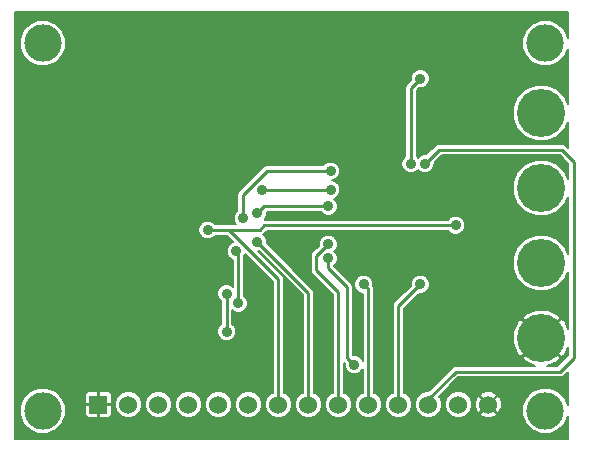
<source format=gbl>
G04 (created by PCBNEW (2013-mar-13)-testing) date Tue 09 Jul 2013 08:38:35 AM EDT*
%MOIN*%
G04 Gerber Fmt 3.4, Leading zero omitted, Abs format*
%FSLAX34Y34*%
G01*
G70*
G90*
G04 APERTURE LIST*
%ADD10C,0.005906*%
%ADD11R,0.060000X0.060000*%
%ADD12C,0.060000*%
%ADD13C,0.125000*%
%ADD14C,0.160000*%
%ADD15C,0.035000*%
%ADD16C,0.010000*%
%ADD17C,0.008000*%
G04 APERTURE END LIST*
G54D10*
G54D11*
X51237Y-58969D03*
G54D12*
X52237Y-58969D03*
X53237Y-58969D03*
X54237Y-58969D03*
X55237Y-58969D03*
X56237Y-58969D03*
X57237Y-58969D03*
X58237Y-58969D03*
X59237Y-58969D03*
X60237Y-58969D03*
X61237Y-58969D03*
X62237Y-58969D03*
X63237Y-58969D03*
X64237Y-58969D03*
G54D13*
X66137Y-59169D03*
X49387Y-46919D03*
X49387Y-59169D03*
X66137Y-46919D03*
G54D14*
X66000Y-49250D03*
X66000Y-54250D03*
X66000Y-51750D03*
X66000Y-56750D03*
G54D15*
X62125Y-50944D03*
X61968Y-54960D03*
X60078Y-54960D03*
X56692Y-51811D03*
X58976Y-51811D03*
X56062Y-52755D03*
X55826Y-53858D03*
X55905Y-55590D03*
X58976Y-51181D03*
X58897Y-53622D03*
X55511Y-55275D03*
X55511Y-56535D03*
X61968Y-48110D03*
X61653Y-50944D03*
X54881Y-53149D03*
X63149Y-52992D03*
X58897Y-52362D03*
X56535Y-52598D03*
X56535Y-53543D03*
X63070Y-51889D03*
X63228Y-52283D03*
X63070Y-54094D03*
X63228Y-53700D03*
X63543Y-53385D03*
X63543Y-52598D03*
X51720Y-55610D03*
X51169Y-50255D03*
X54003Y-51318D03*
X59763Y-57637D03*
X58897Y-54094D03*
G54D16*
X62237Y-58969D02*
X62237Y-58785D01*
X62598Y-50472D02*
X62125Y-50944D01*
X66692Y-50472D02*
X62598Y-50472D01*
X67086Y-50866D02*
X66692Y-50472D01*
X67086Y-57401D02*
X67086Y-50866D01*
X66614Y-57874D02*
X67086Y-57401D01*
X63149Y-57874D02*
X66614Y-57874D01*
X62237Y-58785D02*
X63149Y-57874D01*
X61237Y-58969D02*
X61237Y-55691D01*
X61237Y-55691D02*
X61968Y-54960D01*
X60237Y-58969D02*
X60237Y-55119D01*
X60237Y-55119D02*
X60078Y-54960D01*
X58976Y-51811D02*
X56692Y-51811D01*
X56456Y-51574D02*
X56062Y-51968D01*
X56062Y-51968D02*
X56062Y-52755D01*
X55826Y-53858D02*
X55905Y-53937D01*
X55905Y-53937D02*
X55905Y-55590D01*
X56850Y-51181D02*
X56456Y-51574D01*
X56929Y-51181D02*
X56850Y-51181D01*
X57086Y-51181D02*
X56929Y-51181D01*
X58976Y-51181D02*
X57086Y-51181D01*
X58897Y-54881D02*
X58503Y-54488D01*
X59237Y-55222D02*
X58897Y-54881D01*
X59237Y-55222D02*
X59237Y-58969D01*
X58503Y-54015D02*
X58897Y-53622D01*
X58503Y-54488D02*
X58503Y-54015D01*
X55511Y-56535D02*
X55511Y-55275D01*
X61653Y-48425D02*
X61968Y-48110D01*
X61653Y-50944D02*
X61653Y-48425D01*
X57237Y-58969D02*
X57237Y-54796D01*
X57237Y-54796D02*
X55590Y-53149D01*
X56614Y-53149D02*
X55590Y-53149D01*
X55590Y-53149D02*
X54881Y-53149D01*
X56771Y-52992D02*
X56614Y-53149D01*
X63149Y-52992D02*
X56771Y-52992D01*
X58237Y-58969D02*
X58237Y-55245D01*
X56771Y-52362D02*
X58897Y-52362D01*
X56535Y-52598D02*
X56771Y-52362D01*
X58237Y-55245D02*
X56535Y-53543D01*
X59527Y-57401D02*
X59763Y-57637D01*
X59527Y-55039D02*
X59527Y-57401D01*
X58897Y-54409D02*
X59527Y-55039D01*
X58897Y-54094D02*
X58897Y-54409D01*
G54D10*
G36*
X66889Y-60117D02*
X64679Y-60117D01*
X64679Y-58889D01*
X64614Y-58726D01*
X64606Y-58713D01*
X64537Y-58683D01*
X64523Y-58698D01*
X64523Y-58669D01*
X64493Y-58600D01*
X64332Y-58530D01*
X64157Y-58527D01*
X63994Y-58592D01*
X63982Y-58600D01*
X63952Y-58669D01*
X64237Y-58955D01*
X64523Y-58669D01*
X64523Y-58698D01*
X64251Y-58969D01*
X64537Y-59254D01*
X64606Y-59224D01*
X64676Y-59064D01*
X64679Y-58889D01*
X64679Y-60117D01*
X64523Y-60117D01*
X64523Y-59268D01*
X64237Y-58983D01*
X64223Y-58997D01*
X64223Y-58969D01*
X63938Y-58683D01*
X63869Y-58713D01*
X63799Y-58874D01*
X63796Y-59049D01*
X63860Y-59212D01*
X63869Y-59224D01*
X63938Y-59254D01*
X64223Y-58969D01*
X64223Y-58997D01*
X63952Y-59268D01*
X63982Y-59338D01*
X64142Y-59407D01*
X64317Y-59410D01*
X64480Y-59346D01*
X64493Y-59338D01*
X64523Y-59268D01*
X64523Y-60117D01*
X63677Y-60117D01*
X63677Y-58882D01*
X63611Y-58720D01*
X63487Y-58596D01*
X63325Y-58529D01*
X63150Y-58529D01*
X62988Y-58596D01*
X62864Y-58719D01*
X62797Y-58881D01*
X62797Y-59056D01*
X62864Y-59218D01*
X62988Y-59342D01*
X63149Y-59409D01*
X63324Y-59409D01*
X63486Y-59342D01*
X63610Y-59218D01*
X63677Y-59057D01*
X63677Y-58882D01*
X63677Y-60117D01*
X60677Y-60117D01*
X60677Y-58882D01*
X60611Y-58720D01*
X60487Y-58596D01*
X60427Y-58571D01*
X60427Y-55119D01*
X60413Y-55046D01*
X60393Y-55017D01*
X60393Y-54898D01*
X60345Y-54782D01*
X60257Y-54693D01*
X60141Y-54645D01*
X60016Y-54645D01*
X59900Y-54693D01*
X59811Y-54781D01*
X59763Y-54897D01*
X59763Y-55023D01*
X59811Y-55138D01*
X59900Y-55227D01*
X60015Y-55275D01*
X60047Y-55275D01*
X60047Y-57500D01*
X60030Y-57459D01*
X59942Y-57370D01*
X59826Y-57322D01*
X59717Y-57322D01*
X59717Y-55039D01*
X59717Y-55039D01*
X59717Y-55039D01*
X59703Y-54966D01*
X59661Y-54905D01*
X59097Y-54340D01*
X59164Y-54273D01*
X59212Y-54157D01*
X59212Y-54032D01*
X59164Y-53916D01*
X59106Y-53858D01*
X59164Y-53800D01*
X59212Y-53684D01*
X59212Y-53559D01*
X59164Y-53443D01*
X59076Y-53355D01*
X58960Y-53307D01*
X58835Y-53306D01*
X58719Y-53354D01*
X58630Y-53443D01*
X58582Y-53559D01*
X58582Y-53668D01*
X58369Y-53881D01*
X58328Y-53943D01*
X58313Y-54015D01*
X58313Y-54488D01*
X58328Y-54560D01*
X58369Y-54622D01*
X58763Y-55016D01*
X58763Y-55016D01*
X58763Y-55016D01*
X59047Y-55300D01*
X59047Y-58571D01*
X58988Y-58596D01*
X58864Y-58719D01*
X58797Y-58881D01*
X58797Y-59056D01*
X58864Y-59218D01*
X58988Y-59342D01*
X59149Y-59409D01*
X59324Y-59409D01*
X59486Y-59342D01*
X59610Y-59218D01*
X59677Y-59057D01*
X59677Y-58882D01*
X59611Y-58720D01*
X59487Y-58596D01*
X59427Y-58571D01*
X59427Y-57570D01*
X59448Y-57591D01*
X59448Y-57700D01*
X59496Y-57815D01*
X59585Y-57904D01*
X59700Y-57952D01*
X59826Y-57952D01*
X59941Y-57904D01*
X60030Y-57816D01*
X60047Y-57775D01*
X60047Y-58571D01*
X59988Y-58596D01*
X59864Y-58719D01*
X59797Y-58881D01*
X59797Y-59056D01*
X59864Y-59218D01*
X59988Y-59342D01*
X60149Y-59409D01*
X60324Y-59409D01*
X60486Y-59342D01*
X60610Y-59218D01*
X60677Y-59057D01*
X60677Y-58882D01*
X60677Y-60117D01*
X56677Y-60117D01*
X56677Y-58882D01*
X56611Y-58720D01*
X56487Y-58596D01*
X56325Y-58529D01*
X56150Y-58529D01*
X55988Y-58596D01*
X55864Y-58719D01*
X55797Y-58881D01*
X55797Y-59056D01*
X55864Y-59218D01*
X55988Y-59342D01*
X56149Y-59409D01*
X56324Y-59409D01*
X56486Y-59342D01*
X56610Y-59218D01*
X56677Y-59057D01*
X56677Y-58882D01*
X56677Y-60117D01*
X55677Y-60117D01*
X55677Y-58882D01*
X55611Y-58720D01*
X55487Y-58596D01*
X55325Y-58529D01*
X55150Y-58529D01*
X54988Y-58596D01*
X54864Y-58719D01*
X54797Y-58881D01*
X54797Y-59056D01*
X54864Y-59218D01*
X54988Y-59342D01*
X55149Y-59409D01*
X55324Y-59409D01*
X55486Y-59342D01*
X55610Y-59218D01*
X55677Y-59057D01*
X55677Y-58882D01*
X55677Y-60117D01*
X54677Y-60117D01*
X54677Y-58882D01*
X54611Y-58720D01*
X54487Y-58596D01*
X54325Y-58529D01*
X54150Y-58529D01*
X53988Y-58596D01*
X53864Y-58719D01*
X53797Y-58881D01*
X53797Y-59056D01*
X53864Y-59218D01*
X53988Y-59342D01*
X54149Y-59409D01*
X54324Y-59409D01*
X54486Y-59342D01*
X54610Y-59218D01*
X54677Y-59057D01*
X54677Y-58882D01*
X54677Y-60117D01*
X53677Y-60117D01*
X53677Y-58882D01*
X53611Y-58720D01*
X53487Y-58596D01*
X53325Y-58529D01*
X53150Y-58529D01*
X52988Y-58596D01*
X52864Y-58719D01*
X52797Y-58881D01*
X52797Y-59056D01*
X52864Y-59218D01*
X52988Y-59342D01*
X53149Y-59409D01*
X53324Y-59409D01*
X53486Y-59342D01*
X53610Y-59218D01*
X53677Y-59057D01*
X53677Y-58882D01*
X53677Y-60117D01*
X52677Y-60117D01*
X52677Y-58882D01*
X52611Y-58720D01*
X52487Y-58596D01*
X52325Y-58529D01*
X52150Y-58529D01*
X51988Y-58596D01*
X51864Y-58719D01*
X51797Y-58881D01*
X51797Y-59056D01*
X51864Y-59218D01*
X51988Y-59342D01*
X52149Y-59409D01*
X52324Y-59409D01*
X52486Y-59342D01*
X52610Y-59218D01*
X52677Y-59057D01*
X52677Y-58882D01*
X52677Y-60117D01*
X51677Y-60117D01*
X51677Y-59297D01*
X51677Y-59241D01*
X51677Y-59014D01*
X51677Y-58924D01*
X51677Y-58697D01*
X51677Y-58641D01*
X51656Y-58589D01*
X51617Y-58550D01*
X51565Y-58529D01*
X51282Y-58529D01*
X51247Y-58564D01*
X51247Y-58959D01*
X51642Y-58959D01*
X51677Y-58924D01*
X51677Y-59014D01*
X51642Y-58979D01*
X51247Y-58979D01*
X51247Y-59374D01*
X51282Y-59409D01*
X51565Y-59409D01*
X51617Y-59387D01*
X51656Y-59348D01*
X51677Y-59297D01*
X51677Y-60117D01*
X51227Y-60117D01*
X51227Y-59374D01*
X51227Y-58979D01*
X51227Y-58959D01*
X51227Y-58564D01*
X51192Y-58529D01*
X50909Y-58529D01*
X50858Y-58550D01*
X50819Y-58589D01*
X50797Y-58641D01*
X50797Y-58697D01*
X50797Y-58924D01*
X50832Y-58959D01*
X51227Y-58959D01*
X51227Y-58979D01*
X50832Y-58979D01*
X50797Y-59014D01*
X50797Y-59241D01*
X50797Y-59297D01*
X50819Y-59348D01*
X50858Y-59387D01*
X50909Y-59409D01*
X51192Y-59409D01*
X51227Y-59374D01*
X51227Y-60117D01*
X50152Y-60117D01*
X50152Y-59017D01*
X50152Y-46767D01*
X50036Y-46486D01*
X49821Y-46271D01*
X49540Y-46154D01*
X49236Y-46154D01*
X48955Y-46270D01*
X48739Y-46485D01*
X48622Y-46766D01*
X48622Y-47070D01*
X48738Y-47352D01*
X48953Y-47567D01*
X49234Y-47684D01*
X49539Y-47684D01*
X49820Y-47568D01*
X50035Y-47353D01*
X50152Y-47072D01*
X50152Y-46767D01*
X50152Y-59017D01*
X50036Y-58736D01*
X49821Y-58521D01*
X49540Y-58404D01*
X49236Y-58404D01*
X48955Y-58520D01*
X48739Y-58735D01*
X48622Y-59016D01*
X48622Y-59320D01*
X48738Y-59602D01*
X48953Y-59817D01*
X49234Y-59934D01*
X49539Y-59934D01*
X49820Y-59818D01*
X50035Y-59603D01*
X50152Y-59322D01*
X50152Y-59017D01*
X50152Y-60117D01*
X48465Y-60117D01*
X48465Y-45866D01*
X66889Y-45866D01*
X66889Y-46734D01*
X66786Y-46486D01*
X66571Y-46271D01*
X66290Y-46154D01*
X65986Y-46154D01*
X65705Y-46270D01*
X65489Y-46485D01*
X65372Y-46766D01*
X65372Y-47070D01*
X65488Y-47352D01*
X65703Y-47567D01*
X65984Y-47684D01*
X66289Y-47684D01*
X66570Y-47568D01*
X66785Y-47353D01*
X66889Y-47104D01*
X66889Y-48940D01*
X66797Y-48718D01*
X66533Y-48453D01*
X66187Y-48310D01*
X65813Y-48309D01*
X65468Y-48452D01*
X65203Y-48716D01*
X65060Y-49062D01*
X65059Y-49436D01*
X65202Y-49781D01*
X65466Y-50046D01*
X65812Y-50189D01*
X66186Y-50190D01*
X66531Y-50047D01*
X66796Y-49783D01*
X66889Y-49559D01*
X66889Y-50399D01*
X66827Y-50338D01*
X66765Y-50296D01*
X66692Y-50282D01*
X62598Y-50282D01*
X62525Y-50296D01*
X62464Y-50338D01*
X62172Y-50629D01*
X62063Y-50629D01*
X61947Y-50677D01*
X61889Y-50735D01*
X61843Y-50689D01*
X61843Y-48503D01*
X61922Y-48425D01*
X62030Y-48425D01*
X62146Y-48377D01*
X62235Y-48288D01*
X62283Y-48173D01*
X62283Y-48047D01*
X62235Y-47932D01*
X62147Y-47843D01*
X62031Y-47795D01*
X61906Y-47795D01*
X61790Y-47843D01*
X61701Y-47931D01*
X61653Y-48047D01*
X61653Y-48156D01*
X61519Y-48290D01*
X61478Y-48352D01*
X61463Y-48425D01*
X61463Y-50689D01*
X61386Y-50766D01*
X61338Y-50881D01*
X61338Y-51007D01*
X61386Y-51123D01*
X61474Y-51211D01*
X61590Y-51259D01*
X61715Y-51259D01*
X61831Y-51212D01*
X61889Y-51154D01*
X61947Y-51211D01*
X62063Y-51259D01*
X62188Y-51259D01*
X62304Y-51212D01*
X62392Y-51123D01*
X62440Y-51007D01*
X62441Y-50898D01*
X62677Y-50662D01*
X66614Y-50662D01*
X66889Y-50937D01*
X66889Y-51440D01*
X66797Y-51218D01*
X66533Y-50953D01*
X66187Y-50810D01*
X65813Y-50809D01*
X65468Y-50952D01*
X65203Y-51216D01*
X65060Y-51562D01*
X65059Y-51936D01*
X65202Y-52281D01*
X65466Y-52546D01*
X65812Y-52689D01*
X66186Y-52690D01*
X66531Y-52547D01*
X66796Y-52283D01*
X66889Y-52059D01*
X66889Y-53940D01*
X66797Y-53718D01*
X66533Y-53453D01*
X66187Y-53310D01*
X65813Y-53309D01*
X65468Y-53452D01*
X65203Y-53716D01*
X65060Y-54062D01*
X65059Y-54436D01*
X65202Y-54781D01*
X65466Y-55046D01*
X65812Y-55189D01*
X66186Y-55190D01*
X66531Y-55047D01*
X66796Y-54783D01*
X66889Y-54559D01*
X66889Y-56443D01*
X66811Y-56240D01*
X66781Y-56194D01*
X66659Y-56104D01*
X66645Y-56118D01*
X66645Y-56090D01*
X66555Y-55968D01*
X66214Y-55815D01*
X65840Y-55805D01*
X65490Y-55938D01*
X65444Y-55968D01*
X65354Y-56090D01*
X66000Y-56735D01*
X66645Y-56090D01*
X66645Y-56118D01*
X66014Y-56750D01*
X66659Y-57395D01*
X66781Y-57305D01*
X66889Y-57064D01*
X66889Y-57330D01*
X66535Y-57684D01*
X66188Y-57684D01*
X66509Y-57561D01*
X66555Y-57531D01*
X66645Y-57409D01*
X66000Y-56764D01*
X65985Y-56778D01*
X65985Y-56750D01*
X65340Y-56104D01*
X65218Y-56194D01*
X65065Y-56535D01*
X65055Y-56909D01*
X65188Y-57259D01*
X65218Y-57305D01*
X65340Y-57395D01*
X65985Y-56750D01*
X65985Y-56778D01*
X65354Y-57409D01*
X65444Y-57531D01*
X65785Y-57684D01*
X63464Y-57684D01*
X63464Y-52929D01*
X63416Y-52813D01*
X63328Y-52725D01*
X63212Y-52677D01*
X63087Y-52677D01*
X62971Y-52724D01*
X62894Y-52802D01*
X56777Y-52802D01*
X56802Y-52777D01*
X56850Y-52661D01*
X56850Y-52552D01*
X58642Y-52552D01*
X58718Y-52629D01*
X58834Y-52677D01*
X58960Y-52677D01*
X59075Y-52629D01*
X59164Y-52540D01*
X59212Y-52425D01*
X59212Y-52299D01*
X59164Y-52184D01*
X59087Y-52106D01*
X59154Y-52078D01*
X59243Y-51989D01*
X59291Y-51873D01*
X59291Y-51748D01*
X59243Y-51632D01*
X59155Y-51544D01*
X59039Y-51496D01*
X59038Y-51496D01*
X59154Y-51448D01*
X59243Y-51359D01*
X59291Y-51244D01*
X59291Y-51118D01*
X59243Y-51002D01*
X59155Y-50914D01*
X59039Y-50866D01*
X58913Y-50866D01*
X58798Y-50913D01*
X58720Y-50991D01*
X57086Y-50991D01*
X56929Y-50991D01*
X56850Y-50991D01*
X56850Y-50991D01*
X56777Y-51005D01*
X56716Y-51046D01*
X56716Y-51046D01*
X56322Y-51440D01*
X56322Y-51440D01*
X55928Y-51834D01*
X55887Y-51895D01*
X55872Y-51968D01*
X55872Y-52500D01*
X55796Y-52577D01*
X55748Y-52692D01*
X55747Y-52818D01*
X55795Y-52934D01*
X55821Y-52959D01*
X55590Y-52959D01*
X55137Y-52959D01*
X55060Y-52882D01*
X54944Y-52834D01*
X54819Y-52834D01*
X54703Y-52882D01*
X54615Y-52970D01*
X54566Y-53086D01*
X54566Y-53211D01*
X54614Y-53327D01*
X54703Y-53416D01*
X54818Y-53464D01*
X54944Y-53464D01*
X55060Y-53416D01*
X55137Y-53339D01*
X55511Y-53339D01*
X55729Y-53557D01*
X55648Y-53591D01*
X55559Y-53679D01*
X55511Y-53795D01*
X55511Y-53920D01*
X55559Y-54036D01*
X55648Y-54125D01*
X55715Y-54153D01*
X55715Y-55033D01*
X55690Y-55008D01*
X55574Y-54960D01*
X55449Y-54960D01*
X55333Y-55008D01*
X55244Y-55096D01*
X55196Y-55212D01*
X55196Y-55337D01*
X55244Y-55453D01*
X55321Y-55531D01*
X55321Y-56280D01*
X55244Y-56356D01*
X55196Y-56472D01*
X55196Y-56597D01*
X55244Y-56713D01*
X55333Y-56802D01*
X55448Y-56850D01*
X55574Y-56850D01*
X55690Y-56802D01*
X55778Y-56714D01*
X55826Y-56598D01*
X55826Y-56473D01*
X55779Y-56357D01*
X55701Y-56279D01*
X55701Y-55832D01*
X55726Y-55857D01*
X55842Y-55905D01*
X55967Y-55905D01*
X56083Y-55857D01*
X56172Y-55769D01*
X56220Y-55653D01*
X56220Y-55528D01*
X56172Y-55412D01*
X56095Y-55335D01*
X56095Y-54032D01*
X56127Y-53955D01*
X57047Y-54875D01*
X57047Y-58571D01*
X56988Y-58596D01*
X56864Y-58719D01*
X56797Y-58881D01*
X56797Y-59056D01*
X56864Y-59218D01*
X56988Y-59342D01*
X57149Y-59409D01*
X57324Y-59409D01*
X57486Y-59342D01*
X57610Y-59218D01*
X57677Y-59057D01*
X57677Y-58882D01*
X57611Y-58720D01*
X57487Y-58596D01*
X57427Y-58571D01*
X57427Y-54796D01*
X57427Y-54796D01*
X57427Y-54796D01*
X57413Y-54724D01*
X57372Y-54662D01*
X57372Y-54662D01*
X57372Y-54662D01*
X56567Y-53858D01*
X56581Y-53858D01*
X58047Y-55324D01*
X58047Y-58571D01*
X57988Y-58596D01*
X57864Y-58719D01*
X57797Y-58881D01*
X57797Y-59056D01*
X57864Y-59218D01*
X57988Y-59342D01*
X58149Y-59409D01*
X58324Y-59409D01*
X58486Y-59342D01*
X58610Y-59218D01*
X58677Y-59057D01*
X58677Y-58882D01*
X58611Y-58720D01*
X58487Y-58596D01*
X58427Y-58571D01*
X58427Y-55245D01*
X58413Y-55172D01*
X58372Y-55111D01*
X58372Y-55111D01*
X56850Y-53589D01*
X56850Y-53480D01*
X56802Y-53365D01*
X56732Y-53294D01*
X56748Y-53283D01*
X56850Y-53182D01*
X62894Y-53182D01*
X62970Y-53259D01*
X63086Y-53307D01*
X63211Y-53307D01*
X63327Y-53259D01*
X63416Y-53170D01*
X63464Y-53055D01*
X63464Y-52929D01*
X63464Y-57684D01*
X63149Y-57684D01*
X63149Y-57684D01*
X63076Y-57698D01*
X63015Y-57739D01*
X63015Y-57739D01*
X62283Y-58471D01*
X62283Y-54898D01*
X62235Y-54782D01*
X62147Y-54693D01*
X62031Y-54645D01*
X61906Y-54645D01*
X61790Y-54693D01*
X61701Y-54781D01*
X61653Y-54897D01*
X61653Y-55006D01*
X61103Y-55556D01*
X61062Y-55618D01*
X61047Y-55691D01*
X61047Y-58571D01*
X60988Y-58596D01*
X60864Y-58719D01*
X60797Y-58881D01*
X60797Y-59056D01*
X60864Y-59218D01*
X60988Y-59342D01*
X61149Y-59409D01*
X61324Y-59409D01*
X61486Y-59342D01*
X61610Y-59218D01*
X61677Y-59057D01*
X61677Y-58882D01*
X61611Y-58720D01*
X61487Y-58596D01*
X61427Y-58571D01*
X61427Y-55770D01*
X61922Y-55275D01*
X62030Y-55275D01*
X62146Y-55227D01*
X62235Y-55139D01*
X62283Y-55023D01*
X62283Y-54898D01*
X62283Y-58471D01*
X62225Y-58529D01*
X62150Y-58529D01*
X61988Y-58596D01*
X61864Y-58719D01*
X61797Y-58881D01*
X61797Y-59056D01*
X61864Y-59218D01*
X61988Y-59342D01*
X62149Y-59409D01*
X62324Y-59409D01*
X62486Y-59342D01*
X62610Y-59218D01*
X62677Y-59057D01*
X62677Y-58882D01*
X62611Y-58720D01*
X62591Y-58700D01*
X63228Y-58064D01*
X66614Y-58064D01*
X66686Y-58049D01*
X66748Y-58008D01*
X66889Y-57867D01*
X66889Y-58984D01*
X66786Y-58736D01*
X66571Y-58521D01*
X66290Y-58404D01*
X65986Y-58404D01*
X65705Y-58520D01*
X65489Y-58735D01*
X65372Y-59016D01*
X65372Y-59320D01*
X65488Y-59602D01*
X65703Y-59817D01*
X65984Y-59934D01*
X66289Y-59934D01*
X66570Y-59818D01*
X66785Y-59603D01*
X66889Y-59354D01*
X66889Y-60117D01*
X66889Y-60117D01*
G37*
G54D17*
X66889Y-60117D02*
X64679Y-60117D01*
X64679Y-58889D01*
X64614Y-58726D01*
X64606Y-58713D01*
X64537Y-58683D01*
X64523Y-58698D01*
X64523Y-58669D01*
X64493Y-58600D01*
X64332Y-58530D01*
X64157Y-58527D01*
X63994Y-58592D01*
X63982Y-58600D01*
X63952Y-58669D01*
X64237Y-58955D01*
X64523Y-58669D01*
X64523Y-58698D01*
X64251Y-58969D01*
X64537Y-59254D01*
X64606Y-59224D01*
X64676Y-59064D01*
X64679Y-58889D01*
X64679Y-60117D01*
X64523Y-60117D01*
X64523Y-59268D01*
X64237Y-58983D01*
X64223Y-58997D01*
X64223Y-58969D01*
X63938Y-58683D01*
X63869Y-58713D01*
X63799Y-58874D01*
X63796Y-59049D01*
X63860Y-59212D01*
X63869Y-59224D01*
X63938Y-59254D01*
X64223Y-58969D01*
X64223Y-58997D01*
X63952Y-59268D01*
X63982Y-59338D01*
X64142Y-59407D01*
X64317Y-59410D01*
X64480Y-59346D01*
X64493Y-59338D01*
X64523Y-59268D01*
X64523Y-60117D01*
X63677Y-60117D01*
X63677Y-58882D01*
X63611Y-58720D01*
X63487Y-58596D01*
X63325Y-58529D01*
X63150Y-58529D01*
X62988Y-58596D01*
X62864Y-58719D01*
X62797Y-58881D01*
X62797Y-59056D01*
X62864Y-59218D01*
X62988Y-59342D01*
X63149Y-59409D01*
X63324Y-59409D01*
X63486Y-59342D01*
X63610Y-59218D01*
X63677Y-59057D01*
X63677Y-58882D01*
X63677Y-60117D01*
X60677Y-60117D01*
X60677Y-58882D01*
X60611Y-58720D01*
X60487Y-58596D01*
X60427Y-58571D01*
X60427Y-55119D01*
X60413Y-55046D01*
X60393Y-55017D01*
X60393Y-54898D01*
X60345Y-54782D01*
X60257Y-54693D01*
X60141Y-54645D01*
X60016Y-54645D01*
X59900Y-54693D01*
X59811Y-54781D01*
X59763Y-54897D01*
X59763Y-55023D01*
X59811Y-55138D01*
X59900Y-55227D01*
X60015Y-55275D01*
X60047Y-55275D01*
X60047Y-57500D01*
X60030Y-57459D01*
X59942Y-57370D01*
X59826Y-57322D01*
X59717Y-57322D01*
X59717Y-55039D01*
X59717Y-55039D01*
X59717Y-55039D01*
X59703Y-54966D01*
X59661Y-54905D01*
X59097Y-54340D01*
X59164Y-54273D01*
X59212Y-54157D01*
X59212Y-54032D01*
X59164Y-53916D01*
X59106Y-53858D01*
X59164Y-53800D01*
X59212Y-53684D01*
X59212Y-53559D01*
X59164Y-53443D01*
X59076Y-53355D01*
X58960Y-53307D01*
X58835Y-53306D01*
X58719Y-53354D01*
X58630Y-53443D01*
X58582Y-53559D01*
X58582Y-53668D01*
X58369Y-53881D01*
X58328Y-53943D01*
X58313Y-54015D01*
X58313Y-54488D01*
X58328Y-54560D01*
X58369Y-54622D01*
X58763Y-55016D01*
X58763Y-55016D01*
X58763Y-55016D01*
X59047Y-55300D01*
X59047Y-58571D01*
X58988Y-58596D01*
X58864Y-58719D01*
X58797Y-58881D01*
X58797Y-59056D01*
X58864Y-59218D01*
X58988Y-59342D01*
X59149Y-59409D01*
X59324Y-59409D01*
X59486Y-59342D01*
X59610Y-59218D01*
X59677Y-59057D01*
X59677Y-58882D01*
X59611Y-58720D01*
X59487Y-58596D01*
X59427Y-58571D01*
X59427Y-57570D01*
X59448Y-57591D01*
X59448Y-57700D01*
X59496Y-57815D01*
X59585Y-57904D01*
X59700Y-57952D01*
X59826Y-57952D01*
X59941Y-57904D01*
X60030Y-57816D01*
X60047Y-57775D01*
X60047Y-58571D01*
X59988Y-58596D01*
X59864Y-58719D01*
X59797Y-58881D01*
X59797Y-59056D01*
X59864Y-59218D01*
X59988Y-59342D01*
X60149Y-59409D01*
X60324Y-59409D01*
X60486Y-59342D01*
X60610Y-59218D01*
X60677Y-59057D01*
X60677Y-58882D01*
X60677Y-60117D01*
X56677Y-60117D01*
X56677Y-58882D01*
X56611Y-58720D01*
X56487Y-58596D01*
X56325Y-58529D01*
X56150Y-58529D01*
X55988Y-58596D01*
X55864Y-58719D01*
X55797Y-58881D01*
X55797Y-59056D01*
X55864Y-59218D01*
X55988Y-59342D01*
X56149Y-59409D01*
X56324Y-59409D01*
X56486Y-59342D01*
X56610Y-59218D01*
X56677Y-59057D01*
X56677Y-58882D01*
X56677Y-60117D01*
X55677Y-60117D01*
X55677Y-58882D01*
X55611Y-58720D01*
X55487Y-58596D01*
X55325Y-58529D01*
X55150Y-58529D01*
X54988Y-58596D01*
X54864Y-58719D01*
X54797Y-58881D01*
X54797Y-59056D01*
X54864Y-59218D01*
X54988Y-59342D01*
X55149Y-59409D01*
X55324Y-59409D01*
X55486Y-59342D01*
X55610Y-59218D01*
X55677Y-59057D01*
X55677Y-58882D01*
X55677Y-60117D01*
X54677Y-60117D01*
X54677Y-58882D01*
X54611Y-58720D01*
X54487Y-58596D01*
X54325Y-58529D01*
X54150Y-58529D01*
X53988Y-58596D01*
X53864Y-58719D01*
X53797Y-58881D01*
X53797Y-59056D01*
X53864Y-59218D01*
X53988Y-59342D01*
X54149Y-59409D01*
X54324Y-59409D01*
X54486Y-59342D01*
X54610Y-59218D01*
X54677Y-59057D01*
X54677Y-58882D01*
X54677Y-60117D01*
X53677Y-60117D01*
X53677Y-58882D01*
X53611Y-58720D01*
X53487Y-58596D01*
X53325Y-58529D01*
X53150Y-58529D01*
X52988Y-58596D01*
X52864Y-58719D01*
X52797Y-58881D01*
X52797Y-59056D01*
X52864Y-59218D01*
X52988Y-59342D01*
X53149Y-59409D01*
X53324Y-59409D01*
X53486Y-59342D01*
X53610Y-59218D01*
X53677Y-59057D01*
X53677Y-58882D01*
X53677Y-60117D01*
X52677Y-60117D01*
X52677Y-58882D01*
X52611Y-58720D01*
X52487Y-58596D01*
X52325Y-58529D01*
X52150Y-58529D01*
X51988Y-58596D01*
X51864Y-58719D01*
X51797Y-58881D01*
X51797Y-59056D01*
X51864Y-59218D01*
X51988Y-59342D01*
X52149Y-59409D01*
X52324Y-59409D01*
X52486Y-59342D01*
X52610Y-59218D01*
X52677Y-59057D01*
X52677Y-58882D01*
X52677Y-60117D01*
X51677Y-60117D01*
X51677Y-59297D01*
X51677Y-59241D01*
X51677Y-59014D01*
X51677Y-58924D01*
X51677Y-58697D01*
X51677Y-58641D01*
X51656Y-58589D01*
X51617Y-58550D01*
X51565Y-58529D01*
X51282Y-58529D01*
X51247Y-58564D01*
X51247Y-58959D01*
X51642Y-58959D01*
X51677Y-58924D01*
X51677Y-59014D01*
X51642Y-58979D01*
X51247Y-58979D01*
X51247Y-59374D01*
X51282Y-59409D01*
X51565Y-59409D01*
X51617Y-59387D01*
X51656Y-59348D01*
X51677Y-59297D01*
X51677Y-60117D01*
X51227Y-60117D01*
X51227Y-59374D01*
X51227Y-58979D01*
X51227Y-58959D01*
X51227Y-58564D01*
X51192Y-58529D01*
X50909Y-58529D01*
X50858Y-58550D01*
X50819Y-58589D01*
X50797Y-58641D01*
X50797Y-58697D01*
X50797Y-58924D01*
X50832Y-58959D01*
X51227Y-58959D01*
X51227Y-58979D01*
X50832Y-58979D01*
X50797Y-59014D01*
X50797Y-59241D01*
X50797Y-59297D01*
X50819Y-59348D01*
X50858Y-59387D01*
X50909Y-59409D01*
X51192Y-59409D01*
X51227Y-59374D01*
X51227Y-60117D01*
X50152Y-60117D01*
X50152Y-59017D01*
X50152Y-46767D01*
X50036Y-46486D01*
X49821Y-46271D01*
X49540Y-46154D01*
X49236Y-46154D01*
X48955Y-46270D01*
X48739Y-46485D01*
X48622Y-46766D01*
X48622Y-47070D01*
X48738Y-47352D01*
X48953Y-47567D01*
X49234Y-47684D01*
X49539Y-47684D01*
X49820Y-47568D01*
X50035Y-47353D01*
X50152Y-47072D01*
X50152Y-46767D01*
X50152Y-59017D01*
X50036Y-58736D01*
X49821Y-58521D01*
X49540Y-58404D01*
X49236Y-58404D01*
X48955Y-58520D01*
X48739Y-58735D01*
X48622Y-59016D01*
X48622Y-59320D01*
X48738Y-59602D01*
X48953Y-59817D01*
X49234Y-59934D01*
X49539Y-59934D01*
X49820Y-59818D01*
X50035Y-59603D01*
X50152Y-59322D01*
X50152Y-59017D01*
X50152Y-60117D01*
X48465Y-60117D01*
X48465Y-45866D01*
X66889Y-45866D01*
X66889Y-46734D01*
X66786Y-46486D01*
X66571Y-46271D01*
X66290Y-46154D01*
X65986Y-46154D01*
X65705Y-46270D01*
X65489Y-46485D01*
X65372Y-46766D01*
X65372Y-47070D01*
X65488Y-47352D01*
X65703Y-47567D01*
X65984Y-47684D01*
X66289Y-47684D01*
X66570Y-47568D01*
X66785Y-47353D01*
X66889Y-47104D01*
X66889Y-48940D01*
X66797Y-48718D01*
X66533Y-48453D01*
X66187Y-48310D01*
X65813Y-48309D01*
X65468Y-48452D01*
X65203Y-48716D01*
X65060Y-49062D01*
X65059Y-49436D01*
X65202Y-49781D01*
X65466Y-50046D01*
X65812Y-50189D01*
X66186Y-50190D01*
X66531Y-50047D01*
X66796Y-49783D01*
X66889Y-49559D01*
X66889Y-50399D01*
X66827Y-50338D01*
X66765Y-50296D01*
X66692Y-50282D01*
X62598Y-50282D01*
X62525Y-50296D01*
X62464Y-50338D01*
X62172Y-50629D01*
X62063Y-50629D01*
X61947Y-50677D01*
X61889Y-50735D01*
X61843Y-50689D01*
X61843Y-48503D01*
X61922Y-48425D01*
X62030Y-48425D01*
X62146Y-48377D01*
X62235Y-48288D01*
X62283Y-48173D01*
X62283Y-48047D01*
X62235Y-47932D01*
X62147Y-47843D01*
X62031Y-47795D01*
X61906Y-47795D01*
X61790Y-47843D01*
X61701Y-47931D01*
X61653Y-48047D01*
X61653Y-48156D01*
X61519Y-48290D01*
X61478Y-48352D01*
X61463Y-48425D01*
X61463Y-50689D01*
X61386Y-50766D01*
X61338Y-50881D01*
X61338Y-51007D01*
X61386Y-51123D01*
X61474Y-51211D01*
X61590Y-51259D01*
X61715Y-51259D01*
X61831Y-51212D01*
X61889Y-51154D01*
X61947Y-51211D01*
X62063Y-51259D01*
X62188Y-51259D01*
X62304Y-51212D01*
X62392Y-51123D01*
X62440Y-51007D01*
X62441Y-50898D01*
X62677Y-50662D01*
X66614Y-50662D01*
X66889Y-50937D01*
X66889Y-51440D01*
X66797Y-51218D01*
X66533Y-50953D01*
X66187Y-50810D01*
X65813Y-50809D01*
X65468Y-50952D01*
X65203Y-51216D01*
X65060Y-51562D01*
X65059Y-51936D01*
X65202Y-52281D01*
X65466Y-52546D01*
X65812Y-52689D01*
X66186Y-52690D01*
X66531Y-52547D01*
X66796Y-52283D01*
X66889Y-52059D01*
X66889Y-53940D01*
X66797Y-53718D01*
X66533Y-53453D01*
X66187Y-53310D01*
X65813Y-53309D01*
X65468Y-53452D01*
X65203Y-53716D01*
X65060Y-54062D01*
X65059Y-54436D01*
X65202Y-54781D01*
X65466Y-55046D01*
X65812Y-55189D01*
X66186Y-55190D01*
X66531Y-55047D01*
X66796Y-54783D01*
X66889Y-54559D01*
X66889Y-56443D01*
X66811Y-56240D01*
X66781Y-56194D01*
X66659Y-56104D01*
X66645Y-56118D01*
X66645Y-56090D01*
X66555Y-55968D01*
X66214Y-55815D01*
X65840Y-55805D01*
X65490Y-55938D01*
X65444Y-55968D01*
X65354Y-56090D01*
X66000Y-56735D01*
X66645Y-56090D01*
X66645Y-56118D01*
X66014Y-56750D01*
X66659Y-57395D01*
X66781Y-57305D01*
X66889Y-57064D01*
X66889Y-57330D01*
X66535Y-57684D01*
X66188Y-57684D01*
X66509Y-57561D01*
X66555Y-57531D01*
X66645Y-57409D01*
X66000Y-56764D01*
X65985Y-56778D01*
X65985Y-56750D01*
X65340Y-56104D01*
X65218Y-56194D01*
X65065Y-56535D01*
X65055Y-56909D01*
X65188Y-57259D01*
X65218Y-57305D01*
X65340Y-57395D01*
X65985Y-56750D01*
X65985Y-56778D01*
X65354Y-57409D01*
X65444Y-57531D01*
X65785Y-57684D01*
X63464Y-57684D01*
X63464Y-52929D01*
X63416Y-52813D01*
X63328Y-52725D01*
X63212Y-52677D01*
X63087Y-52677D01*
X62971Y-52724D01*
X62894Y-52802D01*
X56777Y-52802D01*
X56802Y-52777D01*
X56850Y-52661D01*
X56850Y-52552D01*
X58642Y-52552D01*
X58718Y-52629D01*
X58834Y-52677D01*
X58960Y-52677D01*
X59075Y-52629D01*
X59164Y-52540D01*
X59212Y-52425D01*
X59212Y-52299D01*
X59164Y-52184D01*
X59087Y-52106D01*
X59154Y-52078D01*
X59243Y-51989D01*
X59291Y-51873D01*
X59291Y-51748D01*
X59243Y-51632D01*
X59155Y-51544D01*
X59039Y-51496D01*
X59038Y-51496D01*
X59154Y-51448D01*
X59243Y-51359D01*
X59291Y-51244D01*
X59291Y-51118D01*
X59243Y-51002D01*
X59155Y-50914D01*
X59039Y-50866D01*
X58913Y-50866D01*
X58798Y-50913D01*
X58720Y-50991D01*
X57086Y-50991D01*
X56929Y-50991D01*
X56850Y-50991D01*
X56850Y-50991D01*
X56777Y-51005D01*
X56716Y-51046D01*
X56716Y-51046D01*
X56322Y-51440D01*
X56322Y-51440D01*
X55928Y-51834D01*
X55887Y-51895D01*
X55872Y-51968D01*
X55872Y-52500D01*
X55796Y-52577D01*
X55748Y-52692D01*
X55747Y-52818D01*
X55795Y-52934D01*
X55821Y-52959D01*
X55590Y-52959D01*
X55137Y-52959D01*
X55060Y-52882D01*
X54944Y-52834D01*
X54819Y-52834D01*
X54703Y-52882D01*
X54615Y-52970D01*
X54566Y-53086D01*
X54566Y-53211D01*
X54614Y-53327D01*
X54703Y-53416D01*
X54818Y-53464D01*
X54944Y-53464D01*
X55060Y-53416D01*
X55137Y-53339D01*
X55511Y-53339D01*
X55729Y-53557D01*
X55648Y-53591D01*
X55559Y-53679D01*
X55511Y-53795D01*
X55511Y-53920D01*
X55559Y-54036D01*
X55648Y-54125D01*
X55715Y-54153D01*
X55715Y-55033D01*
X55690Y-55008D01*
X55574Y-54960D01*
X55449Y-54960D01*
X55333Y-55008D01*
X55244Y-55096D01*
X55196Y-55212D01*
X55196Y-55337D01*
X55244Y-55453D01*
X55321Y-55531D01*
X55321Y-56280D01*
X55244Y-56356D01*
X55196Y-56472D01*
X55196Y-56597D01*
X55244Y-56713D01*
X55333Y-56802D01*
X55448Y-56850D01*
X55574Y-56850D01*
X55690Y-56802D01*
X55778Y-56714D01*
X55826Y-56598D01*
X55826Y-56473D01*
X55779Y-56357D01*
X55701Y-56279D01*
X55701Y-55832D01*
X55726Y-55857D01*
X55842Y-55905D01*
X55967Y-55905D01*
X56083Y-55857D01*
X56172Y-55769D01*
X56220Y-55653D01*
X56220Y-55528D01*
X56172Y-55412D01*
X56095Y-55335D01*
X56095Y-54032D01*
X56127Y-53955D01*
X57047Y-54875D01*
X57047Y-58571D01*
X56988Y-58596D01*
X56864Y-58719D01*
X56797Y-58881D01*
X56797Y-59056D01*
X56864Y-59218D01*
X56988Y-59342D01*
X57149Y-59409D01*
X57324Y-59409D01*
X57486Y-59342D01*
X57610Y-59218D01*
X57677Y-59057D01*
X57677Y-58882D01*
X57611Y-58720D01*
X57487Y-58596D01*
X57427Y-58571D01*
X57427Y-54796D01*
X57427Y-54796D01*
X57427Y-54796D01*
X57413Y-54724D01*
X57372Y-54662D01*
X57372Y-54662D01*
X57372Y-54662D01*
X56567Y-53858D01*
X56581Y-53858D01*
X58047Y-55324D01*
X58047Y-58571D01*
X57988Y-58596D01*
X57864Y-58719D01*
X57797Y-58881D01*
X57797Y-59056D01*
X57864Y-59218D01*
X57988Y-59342D01*
X58149Y-59409D01*
X58324Y-59409D01*
X58486Y-59342D01*
X58610Y-59218D01*
X58677Y-59057D01*
X58677Y-58882D01*
X58611Y-58720D01*
X58487Y-58596D01*
X58427Y-58571D01*
X58427Y-55245D01*
X58413Y-55172D01*
X58372Y-55111D01*
X58372Y-55111D01*
X56850Y-53589D01*
X56850Y-53480D01*
X56802Y-53365D01*
X56732Y-53294D01*
X56748Y-53283D01*
X56850Y-53182D01*
X62894Y-53182D01*
X62970Y-53259D01*
X63086Y-53307D01*
X63211Y-53307D01*
X63327Y-53259D01*
X63416Y-53170D01*
X63464Y-53055D01*
X63464Y-52929D01*
X63464Y-57684D01*
X63149Y-57684D01*
X63149Y-57684D01*
X63076Y-57698D01*
X63015Y-57739D01*
X63015Y-57739D01*
X62283Y-58471D01*
X62283Y-54898D01*
X62235Y-54782D01*
X62147Y-54693D01*
X62031Y-54645D01*
X61906Y-54645D01*
X61790Y-54693D01*
X61701Y-54781D01*
X61653Y-54897D01*
X61653Y-55006D01*
X61103Y-55556D01*
X61062Y-55618D01*
X61047Y-55691D01*
X61047Y-58571D01*
X60988Y-58596D01*
X60864Y-58719D01*
X60797Y-58881D01*
X60797Y-59056D01*
X60864Y-59218D01*
X60988Y-59342D01*
X61149Y-59409D01*
X61324Y-59409D01*
X61486Y-59342D01*
X61610Y-59218D01*
X61677Y-59057D01*
X61677Y-58882D01*
X61611Y-58720D01*
X61487Y-58596D01*
X61427Y-58571D01*
X61427Y-55770D01*
X61922Y-55275D01*
X62030Y-55275D01*
X62146Y-55227D01*
X62235Y-55139D01*
X62283Y-55023D01*
X62283Y-54898D01*
X62283Y-58471D01*
X62225Y-58529D01*
X62150Y-58529D01*
X61988Y-58596D01*
X61864Y-58719D01*
X61797Y-58881D01*
X61797Y-59056D01*
X61864Y-59218D01*
X61988Y-59342D01*
X62149Y-59409D01*
X62324Y-59409D01*
X62486Y-59342D01*
X62610Y-59218D01*
X62677Y-59057D01*
X62677Y-58882D01*
X62611Y-58720D01*
X62591Y-58700D01*
X63228Y-58064D01*
X66614Y-58064D01*
X66686Y-58049D01*
X66748Y-58008D01*
X66889Y-57867D01*
X66889Y-58984D01*
X66786Y-58736D01*
X66571Y-58521D01*
X66290Y-58404D01*
X65986Y-58404D01*
X65705Y-58520D01*
X65489Y-58735D01*
X65372Y-59016D01*
X65372Y-59320D01*
X65488Y-59602D01*
X65703Y-59817D01*
X65984Y-59934D01*
X66289Y-59934D01*
X66570Y-59818D01*
X66785Y-59603D01*
X66889Y-59354D01*
X66889Y-60117D01*
M02*

</source>
